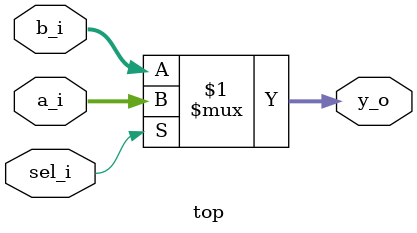
<source format=sv>
`timescale 1ns / 1ps


module top(
    input wire [7:0] a_i,
    input wire [7:0] b_i,
    input wire sel_i,
    output wire [7:0] y_o
    );
    
    assign y_o = sel_i ? a_i : b_i;
    
   
endmodule

</source>
